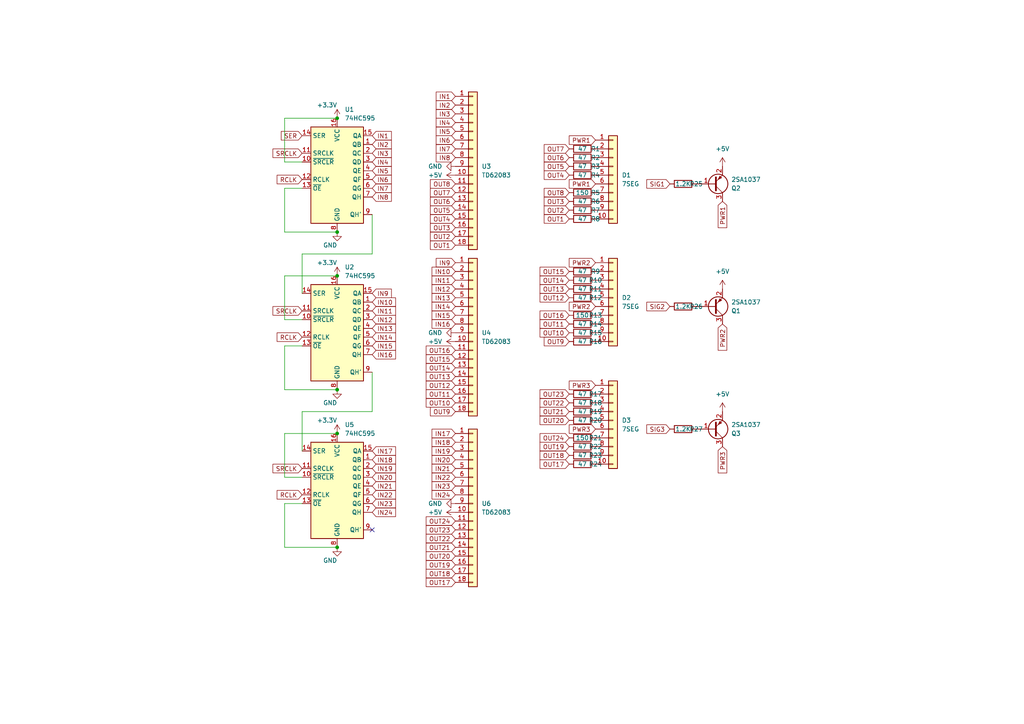
<source format=kicad_sch>
(kicad_sch (version 20230121) (generator eeschema)
  (paper "A4")
  (lib_symbols
    (symbol "74xx:74HC595"
      (property "Reference" "U" (at -7.62 13.97 0))
      (property "Value" "74HC595" (at -7.62 -16.51 0))
      (symbol "74HC595_1_0"
        (pin tri_state line (at 10.16 7.62 180) (length 2.54) (name "QB") (number "1"))
        (pin input line (at -10.16 2.54 0) (length 2.54) (name "~{SRCLR}") (number "10"))
        (pin input line (at -10.16 5.08 0) (length 2.54) (name "SRCLK") (number "11"))
        (pin input line (at -10.16 -2.54 0) (length 2.54) (name "RCLK") (number "12"))
        (pin input line (at -10.16 -5.08 0) (length 2.54) (name "~{OE}") (number "13"))
        (pin input line (at -10.16 10.16 0) (length 2.54) (name "SER") (number "14"))
        (pin tri_state line (at 10.16 10.16 180) (length 2.54) (name "QA") (number "15"))
        (pin power_in line (at 0 15.24 270) (length 2.54) (name "VCC") (number "16"))
        (pin tri_state line (at 10.16 5.08 180) (length 2.54) (name "QC") (number "2"))
        (pin tri_state line (at 10.16 2.54 180) (length 2.54) (name "QD") (number "3"))
        (pin tri_state line (at 10.16 0 180) (length 2.54) (name "QE") (number "4"))
        (pin tri_state line (at 10.16 -2.54 180) (length 2.54) (name "QF") (number "5"))
        (pin tri_state line (at 10.16 -5.08 180) (length 2.54) (name "QG") (number "6"))
        (pin tri_state line (at 10.16 -7.62 180) (length 2.54) (name "QH") (number "7"))
        (pin power_in line (at 0 -17.78 90) (length 2.54) (name "GND") (number "8"))
        (pin output line (at 10.16 -12.7 180) (length 2.54) (name "QH'") (number "9"))
      )
      (symbol "74HC595_1_1"
        (rectangle (start -7.62 12.7) (end 7.62 -15.24) (stroke (width 0.254)) (fill (type background)))
      )
    )
    (symbol "Connector_Generic:Conn_01x10" (pin_names (offset 1.016) hide)
      (property "Reference" "J" (at 0 12.7 0))
      (property "Value" "Conn_01x10" (at 0 -15.24 0))
      (symbol "Conn_01x10_1_1"
        (rectangle (start -1.27 -12.573) (end 0 -12.827) (stroke (width 0.1524)))
        (rectangle (start -1.27 -10.033) (end 0 -10.287) (stroke (width 0.1524)))
        (rectangle (start -1.27 -7.493) (end 0 -7.747) (stroke (width 0.1524)))
        (rectangle (start -1.27 -4.953) (end 0 -5.207) (stroke (width 0.1524)))
        (rectangle (start -1.27 -2.413) (end 0 -2.667) (stroke (width 0.1524)))
        (rectangle (start -1.27 0.127) (end 0 -0.127) (stroke (width 0.1524)))
        (rectangle (start -1.27 2.667) (end 0 2.413) (stroke (width 0.1524)))
        (rectangle (start -1.27 5.207) (end 0 4.953) (stroke (width 0.1524)))
        (rectangle (start -1.27 7.747) (end 0 7.493) (stroke (width 0.1524)))
        (rectangle (start -1.27 10.287) (end 0 10.033) (stroke (width 0.1524)))
        (rectangle (start -1.27 11.43) (end 1.27 -13.97) (stroke (width 0.254)) (fill (type background)))
        (pin passive line (at -5.08 10.16 0) (length 3.81) (name "Pin_1") (number "1"))
        (pin passive line (at -5.08 -12.7 0) (length 3.81) (name "Pin_10") (number "10"))
        (pin passive line (at -5.08 7.62 0) (length 3.81) (name "Pin_2") (number "2"))
        (pin passive line (at -5.08 5.08 0) (length 3.81) (name "Pin_3") (number "3"))
        (pin passive line (at -5.08 2.54 0) (length 3.81) (name "Pin_4") (number "4"))
        (pin passive line (at -5.08 0 0) (length 3.81) (name "Pin_5") (number "5"))
        (pin passive line (at -5.08 -2.54 0) (length 3.81) (name "Pin_6") (number "6"))
        (pin passive line (at -5.08 -5.08 0) (length 3.81) (name "Pin_7") (number "7"))
        (pin passive line (at -5.08 -7.62 0) (length 3.81) (name "Pin_8") (number "8"))
        (pin passive line (at -5.08 -10.16 0) (length 3.81) (name "Pin_9") (number "9"))
      )
    )
    (symbol "Connector_Generic:Conn_01x18" (pin_names (offset 1.016) hide)
      (property "Reference" "J" (at 0 22.86 0))
      (property "Value" "Conn_01x18" (at 0 -25.4 0))
      (symbol "Conn_01x18_1_1"
        (rectangle (start -1.27 -22.733) (end 0 -22.987) (stroke (width 0.1524)))
        (rectangle (start -1.27 -20.193) (end 0 -20.447) (stroke (width 0.1524)))
        (rectangle (start -1.27 -17.653) (end 0 -17.907) (stroke (width 0.1524)))
        (rectangle (start -1.27 -15.113) (end 0 -15.367) (stroke (width 0.1524)))
        (rectangle (start -1.27 -12.573) (end 0 -12.827) (stroke (width 0.1524)))
        (rectangle (start -1.27 -10.033) (end 0 -10.287) (stroke (width 0.1524)))
        (rectangle (start -1.27 -7.493) (end 0 -7.747) (stroke (width 0.1524)))
        (rectangle (start -1.27 -4.953) (end 0 -5.207) (stroke (width 0.1524)))
        (rectangle (start -1.27 -2.413) (end 0 -2.667) (stroke (width 0.1524)))
        (rectangle (start -1.27 0.127) (end 0 -0.127) (stroke (width 0.1524)))
        (rectangle (start -1.27 2.667) (end 0 2.413) (stroke (width 0.1524)))
        (rectangle (start -1.27 5.207) (end 0 4.953) (stroke (width 0.1524)))
        (rectangle (start -1.27 7.747) (end 0 7.493) (stroke (width 0.1524)))
        (rectangle (start -1.27 10.287) (end 0 10.033) (stroke (width 0.1524)))
        (rectangle (start -1.27 12.827) (end 0 12.573) (stroke (width 0.1524)))
        (rectangle (start -1.27 15.367) (end 0 15.113) (stroke (width 0.1524)))
        (rectangle (start -1.27 17.907) (end 0 17.653) (stroke (width 0.1524)))
        (rectangle (start -1.27 20.447) (end 0 20.193) (stroke (width 0.1524)))
        (rectangle (start -1.27 21.59) (end 1.27 -24.13) (stroke (width 0.254)) (fill (type background)))
        (pin passive line (at -5.08 20.32 0) (length 3.81) (name "Pin_1") (number "1"))
        (pin passive line (at -5.08 -2.54 0) (length 3.81) (name "Pin_10") (number "10"))
        (pin passive line (at -5.08 -5.08 0) (length 3.81) (name "Pin_11") (number "11"))
        (pin passive line (at -5.08 -7.62 0) (length 3.81) (name "Pin_12") (number "12"))
        (pin passive line (at -5.08 -10.16 0) (length 3.81) (name "Pin_13") (number "13"))
        (pin passive line (at -5.08 -12.7 0) (length 3.81) (name "Pin_14") (number "14"))
        (pin passive line (at -5.08 -15.24 0) (length 3.81) (name "Pin_15") (number "15"))
        (pin passive line (at -5.08 -17.78 0) (length 3.81) (name "Pin_16") (number "16"))
        (pin passive line (at -5.08 -20.32 0) (length 3.81) (name "Pin_17") (number "17"))
        (pin passive line (at -5.08 -22.86 0) (length 3.81) (name "Pin_18") (number "18"))
        (pin passive line (at -5.08 17.78 0) (length 3.81) (name "Pin_2") (number "2"))
        (pin passive line (at -5.08 15.24 0) (length 3.81) (name "Pin_3") (number "3"))
        (pin passive line (at -5.08 12.7 0) (length 3.81) (name "Pin_4") (number "4"))
        (pin passive line (at -5.08 10.16 0) (length 3.81) (name "Pin_5") (number "5"))
        (pin passive line (at -5.08 7.62 0) (length 3.81) (name "Pin_6") (number "6"))
        (pin passive line (at -5.08 5.08 0) (length 3.81) (name "Pin_7") (number "7"))
        (pin passive line (at -5.08 2.54 0) (length 3.81) (name "Pin_8") (number "8"))
        (pin passive line (at -5.08 0 0) (length 3.81) (name "Pin_9") (number "9"))
      )
    )
    (symbol "Device:R" (pin_numbers hide) (pin_names (offset 0))
      (property "Reference" "R" (at 2.032 0 90))
      (property "Value" "R" (at 0 0 90))
      (symbol "R_0_1"
        (rectangle (start -1.016 -2.54) (end 1.016 2.54) (stroke (width 0.254)))
      )
      (symbol "R_1_1"
        (pin passive line (at 0 3.81 270) (length 1.27) (name "~") (number "1"))
        (pin passive line (at 0 -3.81 90) (length 1.27) (name "~") (number "2"))
      )
    )
    (symbol "Transistor_BJT:BC807" (pin_names (offset 0) hide)
      (property "Reference" "Q" (at 5.08 1.905 0))
      (property "Value" "BC807" (at 5.08 0 0))
      (symbol "BC807_0_1"
        (polyline (pts (xy 0.635 0.635) (xy 2.54 2.54)))
        (polyline (pts (xy 0.635 -0.635) (xy 2.54 -2.54) (xy 2.54 -2.54)))
        (polyline (pts (xy 0.635 1.905) (xy 0.635 -1.905) (xy 0.635 -1.905)) (stroke (width 0.508)))
        (polyline (pts (xy 2.286 -1.778) (xy 1.778 -2.286) (xy 1.27 -1.27) (xy 2.286 -1.778) (xy 2.286 -1.778)) (fill (type outline)))
        (circle (center 1.27 0) (radius 2.8194) (stroke (width 0.254)))
      )
      (symbol "BC807_1_1"
        (pin input line (at -5.08 0 0) (length 5.715) (name "B") (number "1"))
        (pin passive line (at 2.54 -5.08 90) (length 2.54) (name "E") (number "2"))
        (pin passive line (at 2.54 5.08 270) (length 2.54) (name "C") (number "3"))
      )
    )
    (symbol "power:+3.3V" (power) (pin_names (offset 0))
      (property "Value" "+3.3V" (at 0 3.556 0))
      (symbol "+3.3V_0_1"
        (polyline (pts (xy -0.762 1.27) (xy 0 2.54)))
        (polyline (pts (xy 0 0) (xy 0 2.54)))
        (polyline (pts (xy 0 2.54) (xy 0.762 1.27)))
      )
      (symbol "+3.3V_1_1"
        (pin power_in line (at 0 0 90) (length 0) hide (name "+3.3V") (number "1"))
      )
    )
    (symbol "power:+5V" (power) (pin_names (offset 0))
      (property "Value" "+5V" (at 0 3.556 0))
      (symbol "+5V_0_1"
        (polyline (pts (xy -0.762 1.27) (xy 0 2.54)))
        (polyline (pts (xy 0 0) (xy 0 2.54)))
        (polyline (pts (xy 0 2.54) (xy 0.762 1.27)))
      )
      (symbol "+5V_1_1"
        (pin power_in line (at 0 0 90) (length 0) hide (name "+5V") (number "1"))
      )
    )
    (symbol "power:GND" (power) (pin_names (offset 0))
      (property "Value" "GND" (at 0 -3.81 0))
      (symbol "GND_0_1"
        (polyline (pts (xy 0 0) (xy 0 -1.27) (xy 1.27 -1.27) (xy 0 -2.54) (xy -1.27 -1.27) (xy 0 -1.27)))
      )
      (symbol "GND_1_1"
        (pin power_in line (at 0 0 270) (length 0) hide (name "GND") (number "1"))
      )
    )
  )
  (junction (at 97.79 113.03))
  (junction (at 97.79 67.31))
  (junction (at 97.79 158.75))
  (junction (at 97.79 125.73))
  (junction (at 97.79 34.29))
  (junction (at 97.79 80.01))
  (no_connect (at 107.95 153.67))
  (wire (pts (xy 107.95 119.38) (xy 87.63 119.38)))
  (wire (pts (xy 82.55 34.29) (xy 97.79 34.29)))
  (wire (pts (xy 82.55 46.99) (xy 82.55 34.29)))
  (wire (pts (xy 107.95 62.23) (xy 107.95 73.66)))
  (wire (pts (xy 87.63 138.43) (xy 82.55 138.43)))
  (wire (pts (xy 82.55 54.61) (xy 82.55 67.31)))
  (wire (pts (xy 87.63 54.61) (xy 82.55 54.61)))
  (wire (pts (xy 82.55 125.73) (xy 97.79 125.73)))
  (wire (pts (xy 87.63 73.66) (xy 87.63 85.09)))
  (wire (pts (xy 107.95 107.95) (xy 107.95 119.38)))
  (wire (pts (xy 87.63 119.38) (xy 87.63 130.81)))
  (wire (pts (xy 82.55 138.43) (xy 82.55 125.73)))
  (wire (pts (xy 107.95 73.66) (xy 87.63 73.66)))
  (wire (pts (xy 87.63 100.33) (xy 82.55 100.33)))
  (wire (pts (xy 87.63 46.99) (xy 82.55 46.99)))
  (wire (pts (xy 82.55 113.03) (xy 97.79 113.03)))
  (wire (pts (xy 82.55 80.01) (xy 97.79 80.01)))
  (wire (pts (xy 82.55 67.31) (xy 97.79 67.31)))
  (wire (pts (xy 82.55 146.05) (xy 82.55 158.75)))
  (wire (pts (xy 87.63 92.71) (xy 82.55 92.71)))
  (wire (pts (xy 87.63 146.05) (xy 82.55 146.05)))
  (wire (pts (xy 82.55 158.75) (xy 97.79 158.75)))
  (wire (pts (xy 82.55 100.33) (xy 82.55 113.03)))
  (wire (pts (xy 82.55 92.71) (xy 82.55 80.01)))
  (global_label "OUT19" (shape input) (at 165.1 129.54 180) (property "Intersheetrefs" "${INTERSHEET_REFS}" (effects hide)))
  (global_label "IN9" (shape input) (at 132.08 76.2 180) (property "Intersheetrefs" "${INTERSHEET_REFS}" (effects hide)))
  (global_label "OUT6" (shape input) (at 132.08 58.42 180) (property "Intersheetrefs" "${INTERSHEET_REFS}" (effects hide)))
  (global_label "IN11" (shape input) (at 132.08 81.28 180) (property "Intersheetrefs" "${INTERSHEET_REFS}" (effects hide)))
  (global_label "OUT8" (shape input) (at 132.08 53.34 180) (property "Intersheetrefs" "${INTERSHEET_REFS}" (effects hide)))
  (global_label "IN15" (shape input) (at 107.95 100.33 0) (property "Intersheetrefs" "${INTERSHEET_REFS}" (effects hide)))
  (global_label "IN1" (shape input) (at 107.95 39.37 0) (property "Intersheetrefs" "${INTERSHEET_REFS}" (effects hide)))
  (global_label "PWR1" (shape input) (at 172.72 40.64 180) (property "Intersheetrefs" "${INTERSHEET_REFS}" (effects hide)))
  (global_label "IN5" (shape input) (at 107.95 49.53 0) (property "Intersheetrefs" "${INTERSHEET_REFS}" (effects hide)))
  (global_label "OUT11" (shape input) (at 165.1 93.98 180) (property "Intersheetrefs" "${INTERSHEET_REFS}" (effects hide)))
  (global_label "OUT5" (shape input) (at 165.1 48.26 180) (property "Intersheetrefs" "${INTERSHEET_REFS}" (effects hide)))
  (global_label "OUT7" (shape input) (at 132.08 55.88 180) (property "Intersheetrefs" "${INTERSHEET_REFS}" (effects hide)))
  (global_label "OUT23" (shape input) (at 165.1 114.3 180) (property "Intersheetrefs" "${INTERSHEET_REFS}" (effects hide)))
  (global_label "IN12" (shape input) (at 132.08 83.82 180) (property "Intersheetrefs" "${INTERSHEET_REFS}" (effects hide)))
  (global_label "IN19" (shape input) (at 107.95 135.89 0) (property "Intersheetrefs" "${INTERSHEET_REFS}" (effects hide)))
  (global_label "PWR1" (shape input) (at 209.55 58.42 270) (property "Intersheetrefs" "${INTERSHEET_REFS}" (effects hide)))
  (global_label "IN7" (shape input) (at 132.08 43.18 180) (property "Intersheetrefs" "${INTERSHEET_REFS}" (effects hide)))
  (global_label "RCLK" (shape input) (at 87.63 97.79 180) (property "Intersheetrefs" "${INTERSHEET_REFS}" (effects hide)))
  (global_label "IN3" (shape input) (at 107.95 44.45 0) (property "Intersheetrefs" "${INTERSHEET_REFS}" (effects hide)))
  (global_label "OUT9" (shape input) (at 165.1 99.06 180) (property "Intersheetrefs" "${INTERSHEET_REFS}" (effects hide)))
  (global_label "OUT3" (shape input) (at 132.08 66.04 180) (property "Intersheetrefs" "${INTERSHEET_REFS}" (effects hide)))
  (global_label "OUT10" (shape input) (at 165.1 96.52 180) (property "Intersheetrefs" "${INTERSHEET_REFS}" (effects hide)))
  (global_label "OUT13" (shape input) (at 132.08 109.22 180) (property "Intersheetrefs" "${INTERSHEET_REFS}" (effects hide)))
  (global_label "OUT15" (shape input) (at 132.08 104.14 180) (property "Intersheetrefs" "${INTERSHEET_REFS}" (effects hide)))
  (global_label "IN2" (shape input) (at 107.95 41.91 0) (property "Intersheetrefs" "${INTERSHEET_REFS}" (effects hide)))
  (global_label "IN1" (shape input) (at 132.08 27.94 180) (property "Intersheetrefs" "${INTERSHEET_REFS}" (effects hide)))
  (global_label "IN22" (shape input) (at 132.08 138.43 180) (property "Intersheetrefs" "${INTERSHEET_REFS}" (effects hide)))
  (global_label "PWR2" (shape input) (at 172.72 76.2 180) (property "Intersheetrefs" "${INTERSHEET_REFS}" (effects hide)))
  (global_label "OUT7" (shape input) (at 165.1 43.18 180) (property "Intersheetrefs" "${INTERSHEET_REFS}" (effects hide)))
  (global_label "OUT23" (shape input) (at 132.08 153.67 180) (property "Intersheetrefs" "${INTERSHEET_REFS}" (effects hide)))
  (global_label "SER" (shape input) (at 87.63 39.37 180) (property "Intersheetrefs" "${INTERSHEET_REFS}" (effects hide)))
  (global_label "OUT14" (shape input) (at 165.1 81.28 180) (property "Intersheetrefs" "${INTERSHEET_REFS}" (effects hide)))
  (global_label "OUT20" (shape input) (at 165.1 121.92 180) (property "Intersheetrefs" "${INTERSHEET_REFS}" (effects hide)))
  (global_label "IN12" (shape input) (at 107.95 92.71 0) (property "Intersheetrefs" "${INTERSHEET_REFS}" (effects hide)))
  (global_label "IN19" (shape input) (at 132.08 130.81 180) (property "Intersheetrefs" "${INTERSHEET_REFS}" (effects hide)))
  (global_label "IN10" (shape input) (at 132.08 78.74 180) (property "Intersheetrefs" "${INTERSHEET_REFS}" (effects hide)))
  (global_label "OUT16" (shape input) (at 165.1 91.44 180) (property "Intersheetrefs" "${INTERSHEET_REFS}" (effects hide)))
  (global_label "IN13" (shape input) (at 107.95 95.25 0) (property "Intersheetrefs" "${INTERSHEET_REFS}" (effects hide)))
  (global_label "IN16" (shape input) (at 132.08 93.98 180) (property "Intersheetrefs" "${INTERSHEET_REFS}" (effects hide)))
  (global_label "OUT1" (shape input) (at 132.08 71.12 180) (property "Intersheetrefs" "${INTERSHEET_REFS}" (effects hide)))
  (global_label "IN4" (shape input) (at 107.95 46.99 0) (property "Intersheetrefs" "${INTERSHEET_REFS}" (effects hide)))
  (global_label "RCLK" (shape input) (at 87.63 143.51 180) (property "Intersheetrefs" "${INTERSHEET_REFS}" (effects hide)))
  (global_label "IN14" (shape input) (at 107.95 97.79 0) (property "Intersheetrefs" "${INTERSHEET_REFS}" (effects hide)))
  (global_label "OUT2" (shape input) (at 165.1 60.96 180) (property "Intersheetrefs" "${INTERSHEET_REFS}" (effects hide)))
  (global_label "IN10" (shape input) (at 107.95 87.63 0) (property "Intersheetrefs" "${INTERSHEET_REFS}" (effects hide)))
  (global_label "OUT17" (shape input) (at 165.1 134.62 180) (property "Intersheetrefs" "${INTERSHEET_REFS}" (effects hide)))
  (global_label "IN23" (shape input) (at 107.95 146.05 0) (property "Intersheetrefs" "${INTERSHEET_REFS}" (effects hide)))
  (global_label "IN15" (shape input) (at 132.08 91.44 180) (property "Intersheetrefs" "${INTERSHEET_REFS}" (effects hide)))
  (global_label "IN17" (shape input) (at 107.95 130.81 0) (property "Intersheetrefs" "${INTERSHEET_REFS}" (effects hide)))
  (global_label "IN18" (shape input) (at 132.08 128.27 180) (property "Intersheetrefs" "${INTERSHEET_REFS}" (effects hide)))
  (global_label "OUT8" (shape input) (at 165.1 55.88 180) (property "Intersheetrefs" "${INTERSHEET_REFS}" (effects hide)))
  (global_label "OUT4" (shape input) (at 132.08 63.5 180) (property "Intersheetrefs" "${INTERSHEET_REFS}" (effects hide)))
  (global_label "OUT21" (shape input) (at 132.08 158.75 180) (property "Intersheetrefs" "${INTERSHEET_REFS}" (effects hide)))
  (global_label "IN18" (shape input) (at 107.95 133.35 0) (property "Intersheetrefs" "${INTERSHEET_REFS}" (effects hide)))
  (global_label "IN5" (shape input) (at 132.08 38.1 180) (property "Intersheetrefs" "${INTERSHEET_REFS}" (effects hide)))
  (global_label "OUT24" (shape input) (at 132.08 151.13 180) (property "Intersheetrefs" "${INTERSHEET_REFS}" (effects hide)))
  (global_label "IN9" (shape input) (at 107.95 85.09 0) (property "Intersheetrefs" "${INTERSHEET_REFS}" (effects hide)))
  (global_label "OUT11" (shape input) (at 132.08 114.3 180) (property "Intersheetrefs" "${INTERSHEET_REFS}" (effects hide)))
  (global_label "SIG3" (shape input) (at 194.31 124.46 180) (property "Intersheetrefs" "${INTERSHEET_REFS}" (effects hide)))
  (global_label "IN3" (shape input) (at 132.08 33.02 180) (property "Intersheetrefs" "${INTERSHEET_REFS}" (effects hide)))
  (global_label "OUT4" (shape input) (at 165.1 50.8 180) (property "Intersheetrefs" "${INTERSHEET_REFS}" (effects hide)))
  (global_label "OUT20" (shape input) (at 132.08 161.29 180) (property "Intersheetrefs" "${INTERSHEET_REFS}" (effects hide)))
  (global_label "OUT9" (shape input) (at 132.08 119.38 180) (property "Intersheetrefs" "${INTERSHEET_REFS}" (effects hide)))
  (global_label "OUT5" (shape input) (at 132.08 60.96 180) (property "Intersheetrefs" "${INTERSHEET_REFS}" (effects hide)))
  (global_label "OUT24" (shape input) (at 165.1 127 180) (property "Intersheetrefs" "${INTERSHEET_REFS}" (effects hide)))
  (global_label "SIG2" (shape input) (at 194.31 88.9 180) (property "Intersheetrefs" "${INTERSHEET_REFS}" (effects hide)))
  (global_label "SRCLK" (shape input) (at 87.63 135.89 180) (property "Intersheetrefs" "${INTERSHEET_REFS}" (effects hide)))
  (global_label "OUT21" (shape input) (at 165.1 119.38 180) (property "Intersheetrefs" "${INTERSHEET_REFS}" (effects hide)))
  (global_label "OUT15" (shape input) (at 165.1 78.74 180) (property "Intersheetrefs" "${INTERSHEET_REFS}" (effects hide)))
  (global_label "SRCLK" (shape input) (at 87.63 44.45 180) (property "Intersheetrefs" "${INTERSHEET_REFS}" (effects hide)))
  (global_label "IN24" (shape input) (at 132.08 143.51 180) (property "Intersheetrefs" "${INTERSHEET_REFS}" (effects hide)))
  (global_label "PWR3" (shape input) (at 172.72 111.76 180) (property "Intersheetrefs" "${INTERSHEET_REFS}" (effects hide)))
  (global_label "OUT3" (shape input) (at 165.1 58.42 180) (property "Intersheetrefs" "${INTERSHEET_REFS}" (effects hide)))
  (global_label "SIG1" (shape input) (at 194.31 53.34 180) (property "Intersheetrefs" "${INTERSHEET_REFS}" (effects hide)))
  (global_label "PWR2" (shape input) (at 172.72 88.9 180) (property "Intersheetrefs" "${INTERSHEET_REFS}" (effects hide)))
  (global_label "OUT22" (shape input) (at 132.08 156.21 180) (property "Intersheetrefs" "${INTERSHEET_REFS}" (effects hide)))
  (global_label "OUT13" (shape input) (at 165.1 83.82 180) (property "Intersheetrefs" "${INTERSHEET_REFS}" (effects hide)))
  (global_label "PWR3" (shape input) (at 209.55 129.54 270) (property "Intersheetrefs" "${INTERSHEET_REFS}" (effects hide)))
  (global_label "IN24" (shape input) (at 107.95 148.59 0) (property "Intersheetrefs" "${INTERSHEET_REFS}" (effects hide)))
  (global_label "OUT2" (shape input) (at 132.08 68.58 180) (property "Intersheetrefs" "${INTERSHEET_REFS}" (effects hide)))
  (global_label "PWR1" (shape input) (at 172.72 53.34 180) (property "Intersheetrefs" "${INTERSHEET_REFS}" (effects hide)))
  (global_label "IN21" (shape input) (at 107.95 140.97 0) (property "Intersheetrefs" "${INTERSHEET_REFS}" (effects hide)))
  (global_label "IN6" (shape input) (at 107.95 52.07 0) (property "Intersheetrefs" "${INTERSHEET_REFS}" (effects hide)))
  (global_label "OUT1" (shape input) (at 165.1 63.5 180) (property "Intersheetrefs" "${INTERSHEET_REFS}" (effects hide)))
  (global_label "PWR3" (shape input) (at 172.72 124.46 180) (property "Intersheetrefs" "${INTERSHEET_REFS}" (effects hide)))
  (global_label "OUT6" (shape input) (at 165.1 45.72 180) (property "Intersheetrefs" "${INTERSHEET_REFS}" (effects hide)))
  (global_label "OUT14" (shape input) (at 132.08 106.68 180) (property "Intersheetrefs" "${INTERSHEET_REFS}" (effects hide)))
  (global_label "PWR2" (shape input) (at 209.55 93.98 270) (property "Intersheetrefs" "${INTERSHEET_REFS}" (effects hide)))
  (global_label "OUT10" (shape input) (at 132.08 116.84 180) (property "Intersheetrefs" "${INTERSHEET_REFS}" (effects hide)))
  (global_label "IN21" (shape input) (at 132.08 135.89 180) (property "Intersheetrefs" "${INTERSHEET_REFS}" (effects hide)))
  (global_label "IN6" (shape input) (at 132.08 40.64 180) (property "Intersheetrefs" "${INTERSHEET_REFS}" (effects hide)))
  (global_label "IN17" (shape input) (at 132.08 125.73 180) (property "Intersheetrefs" "${INTERSHEET_REFS}" (effects hide)))
  (global_label "IN23" (shape input) (at 132.08 140.97 180) (property "Intersheetrefs" "${INTERSHEET_REFS}" (effects hide)))
  (global_label "OUT18" (shape input) (at 165.1 132.08 180) (property "Intersheetrefs" "${INTERSHEET_REFS}" (effects hide)))
  (global_label "IN8" (shape input) (at 107.95 57.15 0) (property "Intersheetrefs" "${INTERSHEET_REFS}" (effects hide)))
  (global_label "OUT16" (shape input) (at 132.08 101.6 180) (property "Intersheetrefs" "${INTERSHEET_REFS}" (effects hide)))
  (global_label "IN11" (shape input) (at 107.95 90.17 0) (property "Intersheetrefs" "${INTERSHEET_REFS}" (effects hide)))
  (global_label "IN14" (shape input) (at 132.08 88.9 180) (property "Intersheetrefs" "${INTERSHEET_REFS}" (effects hide)))
  (global_label "SRCLK" (shape input) (at 87.63 90.17 180) (property "Intersheetrefs" "${INTERSHEET_REFS}" (effects hide)))
  (global_label "IN20" (shape input) (at 107.95 138.43 0) (property "Intersheetrefs" "${INTERSHEET_REFS}" (effects hide)))
  (global_label "RCLK" (shape input) (at 87.63 52.07 180) (property "Intersheetrefs" "${INTERSHEET_REFS}" (effects hide)))
  (global_label "OUT12" (shape input) (at 132.08 111.76 180) (property "Intersheetrefs" "${INTERSHEET_REFS}" (effects hide)))
  (global_label "IN2" (shape input) (at 132.08 30.48 180) (property "Intersheetrefs" "${INTERSHEET_REFS}" (effects hide)))
  (global_label "OUT17" (shape input) (at 132.08 168.91 180) (property "Intersheetrefs" "${INTERSHEET_REFS}" (effects hide)))
  (global_label "OUT22" (shape input) (at 165.1 116.84 180) (property "Intersheetrefs" "${INTERSHEET_REFS}" (effects hide)))
  (global_label "IN8" (shape input) (at 132.08 45.72 180) (property "Intersheetrefs" "${INTERSHEET_REFS}" (effects hide)))
  (global_label "IN22" (shape input) (at 107.95 143.51 0) (property "Intersheetrefs" "${INTERSHEET_REFS}" (effects hide)))
  (global_label "IN16" (shape input) (at 107.95 102.87 0) (property "Intersheetrefs" "${INTERSHEET_REFS}" (effects hide)))
  (global_label "IN7" (shape input) (at 107.95 54.61 0) (property "Intersheetrefs" "${INTERSHEET_REFS}" (effects hide)))
  (global_label "OUT12" (shape input) (at 165.1 86.36 180) (property "Intersheetrefs" "${INTERSHEET_REFS}" (effects hide)))
  (global_label "IN4" (shape input) (at 132.08 35.56 180) (property "Intersheetrefs" "${INTERSHEET_REFS}" (effects hide)))
  (global_label "OUT18" (shape input) (at 132.08 166.37 180) (property "Intersheetrefs" "${INTERSHEET_REFS}" (effects hide)))
  (global_label "OUT19" (shape input) (at 132.08 163.83 180) (property "Intersheetrefs" "${INTERSHEET_REFS}" (effects hide)))
  (global_label "IN13" (shape input) (at 132.08 86.36 180) (property "Intersheetrefs" "${INTERSHEET_REFS}" (effects hide)))
  (global_label "IN20" (shape input) (at 132.08 133.35 180) (property "Intersheetrefs" "${INTERSHEET_REFS}" (effects hide)))
  (symbol (lib_id "Device:R") (at 168.91 86.36 90) (unit 1)
    (property "Reference" "R12" (at 172.72 86.36 90))
    (property "Value" "47" (at 168.91 86.36 90))
    (property "Footprint" "Resistor_SMD:R_1206_3216Metric" (effects hide))
  )
  (symbol (lib_id "Device:R") (at 168.91 50.8 90) (unit 1)
    (property "Reference" "R4" (at 172.72 50.8 90))
    (property "Value" "47" (at 168.91 50.8 90))
    (property "Footprint" "Resistor_SMD:R_1206_3216Metric" (effects hide))
  )
  (symbol (lib_id "Device:R") (at 198.12 53.34 90) (unit 1)
    (property "Reference" "R25" (at 201.93 53.34 90))
    (property "Value" "1.2K" (at 198.12 53.34 90))
    (property "Footprint" "Resistor_SMD:R_0603_1608Metric_Pad0.98x0.95mm_HandSolder" (effects hide))
  )
  (symbol (lib_id "Device:R") (at 168.91 132.08 90) (unit 1)
    (property "Reference" "R23" (at 172.72 132.08 90))
    (property "Value" "47" (at 168.91 132.08 90))
    (property "Footprint" "Resistor_SMD:R_1206_3216Metric" (effects hide))
  )
  (symbol (lib_id "74xx:74HC595") (at 97.79 140.97 0) (unit 1)
    (property "Reference" "U5" (at 99.9841 123.19 0) (effects (justify left)))
    (property "Value" "74HC595" (at 99.9841 125.73 0) (effects (justify left)))
    (property "Footprint" "MyLibrary:SOP16" (effects hide))
    (property "Datasheet" "http://www.ti.com/lit/ds/symlink/sn74hc595.pdf" (effects hide))
  )
  (symbol (lib_id "Device:R") (at 168.91 78.74 90) (unit 1)
    (property "Reference" "R9" (at 172.72 78.74 90))
    (property "Value" "47" (at 168.91 78.74 90))
    (property "Footprint" "Resistor_SMD:R_1206_3216Metric" (effects hide))
  )
  (symbol (lib_id "Connector_Generic:Conn_01x10") (at 177.8 50.8 0) (unit 1)
    (property "Reference" "D1" (at 180.34 50.8 0) (effects (justify left)))
    (property "Value" "7SEG" (at 180.34 53.34 0) (effects (justify left)))
    (property "Footprint" "MyLibrary:7SEG_GL9L15" (effects hide))
  )
  (symbol (lib_id "Device:R") (at 168.91 134.62 90) (unit 1)
    (property "Reference" "R24" (at 172.72 134.62 90))
    (property "Value" "47" (at 168.91 134.62 90))
    (property "Footprint" "Resistor_SMD:R_1206_3216Metric" (effects hide))
  )
  (symbol (lib_id "Device:R") (at 168.91 55.88 90) (unit 1)
    (property "Reference" "R5" (at 172.72 55.88 90))
    (property "Value" "150" (at 168.91 55.88 90))
    (property "Footprint" "Resistor_SMD:R_1206_3216Metric" (effects hide))
  )
  (symbol (lib_id "Connector_Generic:Conn_01x10") (at 177.8 121.92 0) (unit 1)
    (property "Reference" "D3" (at 180.34 121.92 0) (effects (justify left)))
    (property "Value" "7SEG" (at 180.34 124.46 0) (effects (justify left)))
    (property "Footprint" "MyLibrary:7SEG_GL9L15" (effects hide))
  )
  (symbol (lib_id "power:+5V") (at 209.55 119.38 0) (unit 1)
    (property "Reference" "#PWR021" (effects hide))
    (property "Value" "+5V" (at 209.55 114.3 0))
  )
  (symbol (lib_id "power:+5V") (at 132.08 99.06 90) (unit 1)
    (property "Reference" "#PWR08" (effects hide))
    (property "Value" "+5V" (at 128.27 99.06 90) (effects (justify left)))
  )
  (symbol (lib_id "power:GND") (at 97.79 67.31 0) (unit 1)
    (property "Reference" "#PWR02" (effects hide))
    (property "Value" "GND" (at 97.79 71.12 0) (effects (justify right)))
  )
  (symbol (lib_id "Connector_Generic:Conn_01x18") (at 137.16 146.05 0) (unit 1)
    (property "Reference" "U6" (at 139.7 146.05 0) (effects (justify left)))
    (property "Value" "TD62083" (at 139.7 148.59 0) (effects (justify left)))
    (property "Footprint" "Package_SO:SOIC-18W_7.5x11.6mm_P1.27mm" (effects hide))
  )
  (symbol (lib_id "power:+5V") (at 132.08 148.59 90) (unit 1)
    (property "Reference" "#PWR016" (effects hide))
    (property "Value" "+5V" (at 128.27 148.59 90) (effects (justify left)))
  )
  (symbol (lib_id "Device:R") (at 168.91 119.38 90) (unit 1)
    (property "Reference" "R19" (at 172.72 119.38 90))
    (property "Value" "47" (at 168.91 119.38 90))
    (property "Footprint" "Resistor_SMD:R_1206_3216Metric" (effects hide))
  )
  (symbol (lib_id "power:GND") (at 132.08 96.52 270) (unit 1)
    (property "Reference" "#PWR07" (effects hide))
    (property "Value" "GND" (at 128.27 96.52 90) (effects (justify right)))
  )
  (symbol (lib_id "Transistor_BJT:BC807") (at 207.01 88.9 0) (mirror x) (unit 1)
    (property "Reference" "Q1" (at 212.09 90.17 0) (effects (justify left)))
    (property "Value" "2SA1037" (at 212.09 87.63 0) (effects (justify left)))
    (property "Footprint" "Package_TO_SOT_SMD:SOT-23" (effects hide))
    (property "Datasheet" "https://www.onsemi.com/pub/Collateral/BC808-D.pdf" (effects hide))
  )
  (symbol (lib_id "power:GND") (at 132.08 48.26 270) (unit 1)
    (property "Reference" "#PWR05" (effects hide))
    (property "Value" "GND" (at 128.27 48.26 90) (effects (justify right)))
  )
  (symbol (lib_id "Device:R") (at 168.91 60.96 90) (unit 1)
    (property "Reference" "R7" (at 172.72 60.96 90))
    (property "Value" "47" (at 168.91 60.96 90))
    (property "Footprint" "Resistor_SMD:R_1206_3216Metric" (effects hide))
  )
  (symbol (lib_id "Device:R") (at 168.91 45.72 90) (unit 1)
    (property "Reference" "R2" (at 172.72 45.72 90))
    (property "Value" "47" (at 168.91 45.72 90))
    (property "Footprint" "Resistor_SMD:R_1206_3216Metric" (effects hide))
  )
  (symbol (lib_id "Connector_Generic:Conn_01x18") (at 137.16 48.26 0) (unit 1)
    (property "Reference" "U3" (at 139.7 48.26 0) (effects (justify left)))
    (property "Value" "TD62083" (at 139.7 50.8 0) (effects (justify left)))
    (property "Footprint" "Package_SO:SOIC-18W_7.5x11.6mm_P1.27mm" (effects hide))
  )
  (symbol (lib_id "Device:R") (at 168.91 121.92 90) (unit 1)
    (property "Reference" "R20" (at 172.72 121.92 90))
    (property "Value" "47" (at 168.91 121.92 90))
    (property "Footprint" "Resistor_SMD:R_1206_3216Metric" (effects hide))
  )
  (symbol (lib_id "power:GND") (at 97.79 113.03 0) (unit 1)
    (property "Reference" "#PWR04" (effects hide))
    (property "Value" "GND" (at 97.79 116.84 0) (effects (justify right)))
  )
  (symbol (lib_id "Device:R") (at 168.91 96.52 90) (unit 1)
    (property "Reference" "R15" (at 172.72 96.52 90))
    (property "Value" "47" (at 168.91 96.52 90))
    (property "Footprint" "Resistor_SMD:R_1206_3216Metric" (effects hide))
  )
  (symbol (lib_id "Device:R") (at 168.91 99.06 90) (unit 1)
    (property "Reference" "R16" (at 172.72 99.06 90))
    (property "Value" "47" (at 168.91 99.06 90))
    (property "Footprint" "Resistor_SMD:R_1206_3216Metric" (effects hide))
  )
  (symbol (lib_id "Device:R") (at 168.91 48.26 90) (unit 1)
    (property "Reference" "R3" (at 172.72 48.26 90))
    (property "Value" "47" (at 168.91 48.26 90))
    (property "Footprint" "Resistor_SMD:R_1206_3216Metric" (effects hide))
  )
  (symbol (lib_id "Connector_Generic:Conn_01x10") (at 177.8 86.36 0) (unit 1)
    (property "Reference" "D2" (at 180.34 86.36 0) (effects (justify left)))
    (property "Value" "7SEG" (at 180.34 88.9 0) (effects (justify left)))
    (property "Footprint" "MyLibrary:7SEG_GL9L15" (effects hide))
  )
  (symbol (lib_id "power:+3.3V") (at 97.79 34.29 0) (mirror y) (unit 1)
    (property "Reference" "#PWR01" (effects hide))
    (property "Value" "+3.3V" (at 97.79 30.48 0) (effects (justify left)))
  )
  (symbol (lib_id "Device:R") (at 198.12 88.9 90) (unit 1)
    (property "Reference" "R26" (at 201.93 88.9 90))
    (property "Value" "1.2K" (at 198.12 88.9 90))
    (property "Footprint" "Resistor_SMD:R_0603_1608Metric_Pad0.98x0.95mm_HandSolder" (effects hide))
  )
  (symbol (lib_id "Device:R") (at 168.91 81.28 90) (unit 1)
    (property "Reference" "R10" (at 172.72 81.28 90))
    (property "Value" "47" (at 168.91 81.28 90))
    (property "Footprint" "Resistor_SMD:R_1206_3216Metric" (effects hide))
  )
  (symbol (lib_id "Device:R") (at 168.91 116.84 90) (unit 1)
    (property "Reference" "R18" (at 172.72 116.84 90))
    (property "Value" "47" (at 168.91 116.84 90))
    (property "Footprint" "Resistor_SMD:R_1206_3216Metric" (effects hide))
  )
  (symbol (lib_id "power:+5V") (at 132.08 50.8 90) (unit 1)
    (property "Reference" "#PWR06" (effects hide))
    (property "Value" "+5V" (at 128.27 50.8 90) (effects (justify left)))
  )
  (symbol (lib_id "Connector_Generic:Conn_01x18") (at 137.16 96.52 0) (unit 1)
    (property "Reference" "U4" (at 139.7 96.52 0) (effects (justify left)))
    (property "Value" "TD62083" (at 139.7 99.06 0) (effects (justify left)))
    (property "Footprint" "Package_SO:SOIC-18W_7.5x11.6mm_P1.27mm" (effects hide))
  )
  (symbol (lib_id "Device:R") (at 168.91 91.44 90) (unit 1)
    (property "Reference" "R13" (at 172.72 91.44 90))
    (property "Value" "150" (at 168.91 91.44 90))
    (property "Footprint" "Resistor_SMD:R_1206_3216Metric" (effects hide))
  )
  (symbol (lib_id "power:+3.3V") (at 97.79 80.01 0) (mirror y) (unit 1)
    (property "Reference" "#PWR03" (effects hide))
    (property "Value" "+3.3V" (at 97.79 76.2 0) (effects (justify left)))
  )
  (symbol (lib_id "power:+5V") (at 209.55 48.26 0) (unit 1)
    (property "Reference" "#PWR019" (effects hide))
    (property "Value" "+5V" (at 209.55 43.18 0))
  )
  (symbol (lib_id "Device:R") (at 168.91 93.98 90) (unit 1)
    (property "Reference" "R14" (at 172.72 93.98 90))
    (property "Value" "47" (at 168.91 93.98 90))
    (property "Footprint" "Resistor_SMD:R_1206_3216Metric" (effects hide))
  )
  (symbol (lib_id "Device:R") (at 168.91 127 90) (unit 1)
    (property "Reference" "R21" (at 172.72 127 90))
    (property "Value" "150" (at 168.91 127 90))
    (property "Footprint" "Resistor_SMD:R_1206_3216Metric" (effects hide))
  )
  (symbol (lib_id "74xx:74HC595") (at 97.79 49.53 0) (unit 1)
    (property "Reference" "U1" (at 99.9841 31.75 0) (effects (justify left)))
    (property "Value" "74HC595" (at 99.9841 34.29 0) (effects (justify left)))
    (property "Footprint" "MyLibrary:SOP16" (effects hide))
    (property "Datasheet" "http://www.ti.com/lit/ds/symlink/sn74hc595.pdf" (effects hide))
  )
  (symbol (lib_id "Device:R") (at 168.91 43.18 90) (unit 1)
    (property "Reference" "R1" (at 172.72 43.18 90))
    (property "Value" "47" (at 168.91 43.18 90))
    (property "Footprint" "Resistor_SMD:R_1206_3216Metric" (effects hide))
  )
  (symbol (lib_id "Transistor_BJT:BC807") (at 207.01 124.46 0) (mirror x) (unit 1)
    (property "Reference" "Q3" (at 212.09 125.73 0) (effects (justify left)))
    (property "Value" "2SA1037" (at 212.09 123.19 0) (effects (justify left)))
    (property "Footprint" "Package_TO_SOT_SMD:SOT-23" (effects hide))
    (property "Datasheet" "https://www.onsemi.com/pub/Collateral/BC808-D.pdf" (effects hide))
  )
  (symbol (lib_id "Device:R") (at 198.12 124.46 90) (unit 1)
    (property "Reference" "R27" (at 201.93 124.46 90))
    (property "Value" "1.2K" (at 198.12 124.46 90))
    (property "Footprint" "Resistor_SMD:R_0603_1608Metric_Pad0.98x0.95mm_HandSolder" (effects hide))
  )
  (symbol (lib_id "Device:R") (at 168.91 58.42 90) (unit 1)
    (property "Reference" "R6" (at 172.72 58.42 90))
    (property "Value" "47" (at 168.91 58.42 90))
    (property "Footprint" "Resistor_SMD:R_1206_3216Metric" (effects hide))
  )
  (symbol (lib_id "Device:R") (at 168.91 129.54 90) (unit 1)
    (property "Reference" "R22" (at 172.72 129.54 90))
    (property "Value" "47" (at 168.91 129.54 90))
    (property "Footprint" "Resistor_SMD:R_1206_3216Metric" (effects hide))
  )
  (symbol (lib_id "power:+3.3V") (at 97.79 125.73 0) (mirror y) (unit 1)
    (property "Reference" "#PWR014" (effects hide))
    (property "Value" "+3.3V" (at 97.79 121.92 0) (effects (justify left)))
  )
  (symbol (lib_id "Device:R") (at 168.91 63.5 90) (unit 1)
    (property "Reference" "R8" (at 172.72 63.5 90))
    (property "Value" "47" (at 168.91 63.5 90))
    (property "Footprint" "Resistor_SMD:R_1206_3216Metric" (effects hide))
  )
  (symbol (lib_id "Device:R") (at 168.91 114.3 90) (unit 1)
    (property "Reference" "R17" (at 172.72 114.3 90))
    (property "Value" "47" (at 168.91 114.3 90))
    (property "Footprint" "Resistor_SMD:R_1206_3216Metric" (effects hide))
  )
  (symbol (lib_id "power:GND") (at 97.79 158.75 0) (unit 1)
    (property "Reference" "#PWR015" (effects hide))
    (property "Value" "GND" (at 97.79 162.56 0) (effects (justify right)))
  )
  (symbol (lib_id "power:+5V") (at 209.55 83.82 0) (unit 1)
    (property "Reference" "#PWR020" (effects hide))
    (property "Value" "+5V" (at 209.55 78.74 0))
  )
  (symbol (lib_id "power:GND") (at 132.08 146.05 270) (unit 1)
    (property "Reference" "#PWR013" (effects hide))
    (property "Value" "GND" (at 128.27 146.05 90) (effects (justify right)))
  )
  (symbol (lib_id "74xx:74HC595") (at 97.79 95.25 0) (unit 1)
    (property "Reference" "U2" (at 99.9841 77.47 0) (effects (justify left)))
    (property "Value" "74HC595" (at 99.9841 80.01 0) (effects (justify left)))
    (property "Footprint" "MyLibrary:SOP16" (effects hide))
    (property "Datasheet" "http://www.ti.com/lit/ds/symlink/sn74hc595.pdf" (effects hide))
  )
  (symbol (lib_id "Transistor_BJT:BC807") (at 207.01 53.34 0) (mirror x) (unit 1)
    (property "Reference" "Q2" (at 212.09 54.61 0) (effects (justify left)))
    (property "Value" "2SA1037" (at 212.09 52.07 0) (effects (justify left)))
    (property "Footprint" "Package_TO_SOT_SMD:SOT-23" (effects hide))
    (property "Datasheet" "https://www.onsemi.com/pub/Collateral/BC808-D.pdf" (effects hide))
  )
  (symbol (lib_id "Device:R") (at 168.91 83.82 90) (unit 1)
    (property "Reference" "R11" (at 172.72 83.82 90))
    (property "Value" "47" (at 168.91 83.82 90))
    (property "Footprint" "Resistor_SMD:R_1206_3216Metric" (effects hide))
  )
)
</source>
